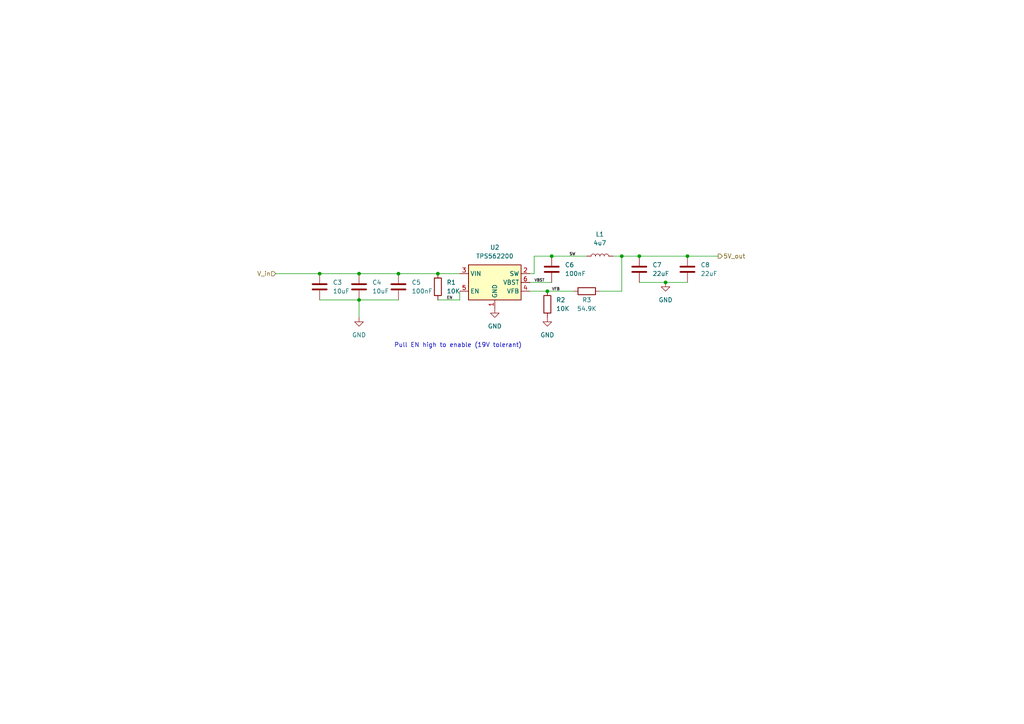
<source format=kicad_sch>
(kicad_sch (version 20211123) (generator eeschema)
  (paper "A4")
  (lib_symbols
    (symbol "Device:C" (pin_numbers hide) (pin_names (offset 0.254))
      (property "Reference" "C" (at 0.635 2.54 0))
      (property "Value" "C" (at 0.635 -2.54 0))
      (symbol "C_0_1"
        (polyline (pts (xy -2.032 -0.762) (xy 2.032 -0.762)) (stroke (width 0.508)))
        (polyline (pts (xy -2.032 0.762) (xy 2.032 0.762)) (stroke (width 0.508)))
      )
      (symbol "C_1_1"
        (pin passive line (at 0 3.81 270) (length 2.794) (name "~") (number "1"))
        (pin passive line (at 0 -3.81 90) (length 2.794) (name "~") (number "2"))
      )
    )
    (symbol "Device:L" (pin_numbers hide) (pin_names (offset 1.016) hide)
      (property "Reference" "L1" (at 0 6.35 90))
      (property "Value" "4u7" (at 0 3.81 90))
      (symbol "L_0_1"
        (arc (start 0 -2.54) (mid 0.635 -1.905) (end 0 -1.27))
        (arc (start 0 -1.27) (mid 0.635 -0.635) (end 0 0))
        (arc (start 0 0) (mid 0.635 0.635) (end 0 1.27))
        (arc (start 0 1.27) (mid 0.635 1.905) (end 0 2.54))
      )
      (symbol "L_1_1"
        (pin passive line (at 0 3.81 270) (length 1.27) (name "1") (number "1"))
        (pin passive line (at 0 -3.81 90) (length 1.27) (name "2") (number "2"))
      )
    )
    (symbol "Device:R" (pin_numbers hide) (pin_names (offset 0))
      (property "Reference" "R" (at 2.032 0 90))
      (property "Value" "R" (at 0 0 90))
      (symbol "R_0_1"
        (rectangle (start -1.016 -2.54) (end 1.016 2.54) (stroke (width 0.254)))
      )
      (symbol "R_1_1"
        (pin passive line (at 0 3.81 270) (length 1.27) (name "~") (number "1"))
        (pin passive line (at 0 -3.81 90) (length 1.27) (name "~") (number "2"))
      )
    )
    (symbol "Regulator_Switching:TPS562200"
      (property "Reference" "U" (at -7.62 6.35 0))
      (property "Value" "TPS562200" (at -2.54 6.35 0))
      (symbol "TPS562200_0_1"
        (rectangle (start -7.62 5.08) (end 7.62 -5.08) (stroke (width 0.254)) (fill (type background)))
      )
      (symbol "TPS562200_1_1"
        (pin power_in line (at 0 -7.62 90) (length 2.54) (name "GND") (number "1"))
        (pin output line (at 10.16 2.54 180) (length 2.54) (name "SW") (number "2"))
        (pin power_in line (at -10.16 2.54 0) (length 2.54) (name "VIN") (number "3"))
        (pin input line (at 10.16 -2.54 180) (length 2.54) (name "VFB") (number "4"))
        (pin input line (at -10.16 -2.54 0) (length 2.54) (name "EN") (number "5"))
        (pin passive line (at 10.16 0 180) (length 2.54) (name "VBST") (number "6"))
      )
    )
    (symbol "power:GND" (power) (pin_names (offset 0))
      (property "Value" "GND" (at 0 -3.81 0))
      (symbol "GND_0_1"
        (polyline (pts (xy 0 0) (xy 0 -1.27) (xy 1.27 -1.27) (xy 0 -2.54) (xy -1.27 -1.27) (xy 0 -1.27)))
      )
      (symbol "GND_1_1"
        (pin power_in line (at 0 0 270) (length 0) hide (name "GND") (number "1"))
      )
    )
  )
  (junction (at 158.75 84.455))
  (junction (at 104.14 79.375))
  (junction (at 104.14 86.995))
  (junction (at 193.04 81.915))
  (junction (at 199.39 74.295))
  (junction (at 180.34 74.295))
  (junction (at 160.02 74.295))
  (junction (at 185.42 74.295))
  (junction (at 115.57 79.375))
  (junction (at 127 79.375))
  (junction (at 92.71 79.375))
  (wire (pts (xy 133.35 86.995) (xy 133.35 84.455)))
  (wire (pts (xy 127 86.995) (xy 133.35 86.995)))
  (wire (pts (xy 153.67 81.915) (xy 160.02 81.915)))
  (wire (pts (xy 185.42 74.295) (xy 199.39 74.295)))
  (wire (pts (xy 158.75 84.455) (xy 166.37 84.455)))
  (wire (pts (xy 80.01 79.375) (xy 92.71 79.375)))
  (wire (pts (xy 115.57 79.375) (xy 127 79.375)))
  (wire (pts (xy 154.94 74.295) (xy 160.02 74.295)))
  (wire (pts (xy 177.8 74.295) (xy 180.34 74.295)))
  (wire (pts (xy 127 79.375) (xy 133.35 79.375)))
  (wire (pts (xy 185.42 81.915) (xy 193.04 81.915)))
  (wire (pts (xy 153.67 79.375) (xy 154.94 79.375)))
  (wire (pts (xy 104.14 86.995) (xy 104.14 92.075)))
  (wire (pts (xy 153.67 84.455) (xy 158.75 84.455)))
  (wire (pts (xy 154.94 79.375) (xy 154.94 74.295)))
  (wire (pts (xy 92.71 86.995) (xy 104.14 86.995)))
  (wire (pts (xy 160.02 74.295) (xy 170.18 74.295)))
  (wire (pts (xy 104.14 79.375) (xy 115.57 79.375)))
  (wire (pts (xy 193.04 81.915) (xy 199.39 81.915)))
  (wire (pts (xy 199.39 74.295) (xy 208.28 74.295)))
  (wire (pts (xy 104.14 86.995) (xy 115.57 86.995)))
  (wire (pts (xy 180.34 84.455) (xy 180.34 74.295)))
  (wire (pts (xy 92.71 79.375) (xy 104.14 79.375)))
  (wire (pts (xy 180.34 74.295) (xy 185.42 74.295)))
  (wire (pts (xy 173.99 84.455) (xy 180.34 84.455)))
  (text "Pull EN high to enable (19V tolerant)\n" (at 114.3 100.965 0) (effects (font (size 1.27 1.27)) (justify left bottom)))
  (label "VBST" (at 154.94 81.915 0) (effects (font (size 0.8 0.8))))
  (label "EN" (at 129.54 86.995 0) (effects (font (size 0.8 0.8))))
  (label "SW" (at 165.1 74.295 0) (effects (font (size 0.8 0.8))))
  (label "VFB" (at 160.02 84.455 0) (effects (font (size 0.8 0.8))))
  (hierarchical_label "5V_out" (shape output) (at 208.28 74.295 0))
  (hierarchical_label "V_in" (shape input) (at 80.01 79.375 180))
  (symbol (lib_id "Device:C") (at 199.39 78.105 0) (unit 1)
    (property "Reference" "C8" (at 203.2 76.8349 0) (effects (justify left)))
    (property "Value" "22uF" (at 203.2 79.3749 0) (effects (justify left)))
    (property "Footprint" "Capacitor_SMD:C_0603_1608Metric_Pad1.08x0.95mm_HandSolder" (effects hide))
  )
  (symbol (lib_id "power:GND") (at 193.04 81.915 0) (unit 1)
    (property "Reference" "#PWR07" (effects hide))
    (property "Value" "GND" (at 193.04 86.995 0))
  )
  (symbol (lib_id "Device:C") (at 185.42 78.105 0) (unit 1)
    (property "Reference" "C7" (at 189.23 76.8349 0) (effects (justify left)))
    (property "Value" "22uF" (at 189.23 79.3749 0) (effects (justify left)))
    (property "Footprint" "Capacitor_SMD:C_0603_1608Metric_Pad1.08x0.95mm_HandSolder" (effects hide))
  )
  (symbol (lib_id "Device:C") (at 92.71 83.185 0) (unit 1)
    (property "Reference" "C3" (at 96.52 81.9149 0) (effects (justify left)))
    (property "Value" "10uF" (at 96.52 84.4549 0) (effects (justify left)))
    (property "Footprint" "Capacitor_SMD:C_0603_1608Metric_Pad1.08x0.95mm_HandSolder" (effects hide))
  )
  (symbol (lib_id "Device:C") (at 104.14 83.185 0) (unit 1)
    (property "Reference" "C4" (at 107.95 81.9149 0) (effects (justify left)))
    (property "Value" "10uF" (at 107.95 84.4549 0) (effects (justify left)))
    (property "Footprint" "Capacitor_SMD:C_0603_1608Metric_Pad1.08x0.95mm_HandSolder" (effects hide))
  )
  (symbol (lib_id "Device:C") (at 115.57 83.185 0) (unit 1)
    (property "Reference" "C5" (at 119.38 81.9149 0) (effects (justify left)))
    (property "Value" "100nF" (at 119.38 84.4549 0) (effects (justify left)))
    (property "Footprint" "Capacitor_SMD:C_0603_1608Metric_Pad1.08x0.95mm_HandSolder" (effects hide))
  )
  (symbol (lib_id "power:GND") (at 143.51 89.535 0) (unit 1)
    (property "Reference" "#PWR05" (effects hide))
    (property "Value" "GND" (at 143.51 94.615 0))
  )
  (symbol (lib_id "Device:R") (at 170.18 84.455 90) (unit 1)
    (property "Reference" "R3" (at 170.18 86.995 90))
    (property "Value" "54.9K" (at 170.18 89.535 90))
    (property "Footprint" "Resistor_SMD:R_0603_1608Metric_Pad0.98x0.95mm_HandSolder" (effects hide))
  )
  (symbol (lib_id "Device:R") (at 127 83.185 0) (unit 1)
    (property "Reference" "R1" (at 129.54 81.9149 0) (effects (justify left)))
    (property "Value" "10K" (at 129.54 84.4549 0) (effects (justify left)))
    (property "Footprint" "Resistor_SMD:R_0603_1608Metric_Pad0.98x0.95mm_HandSolder" (effects hide))
  )
  (symbol (lib_id "power:GND") (at 158.75 92.075 0) (unit 1)
    (property "Reference" "#PWR06" (effects hide))
    (property "Value" "GND" (at 158.75 97.155 0))
  )
  (symbol (lib_id "Regulator_Switching:TPS562200") (at 143.51 81.915 0) (unit 1)
    (property "Reference" "U2" (at 143.51 71.755 0))
    (property "Value" "TPS562200" (at 143.51 74.295 0))
    (property "Footprint" "Package_TO_SOT_SMD:SOT-23-6" (effects hide))
    (property "Datasheet" "http://www.ti.com/lit/ds/symlink/tps563200.pdf" (effects hide))
  )
  (symbol (lib_id "Device:C") (at 160.02 78.105 0) (unit 1)
    (property "Reference" "C6" (at 163.83 76.8349 0) (effects (justify left)))
    (property "Value" "100nF" (at 163.83 79.3749 0) (effects (justify left)))
    (property "Footprint" "Capacitor_SMD:C_0603_1608Metric_Pad1.08x0.95mm_HandSolder" (effects hide))
  )
  (symbol (lib_id "Device:R") (at 158.75 88.265 0) (unit 1)
    (property "Reference" "R2" (at 161.29 86.9949 0) (effects (justify left)))
    (property "Value" "10K" (at 161.29 89.5349 0) (effects (justify left)))
    (property "Footprint" "Resistor_SMD:R_0603_1608Metric_Pad0.98x0.95mm_HandSolder" (effects hide))
  )
  (symbol (lib_id "Device:L") (at 173.99 74.295 90) (unit 1)
    (property "Reference" "L1" (at 173.99 67.945 90))
    (property "Value" "4u7" (at 173.99 70.485 90))
    (property "Footprint" "Inductor_SMD:L_Sunlord_MWSA0518_5.4x5.2mm" (effects hide))
    (property "Datasheet" "https://datasheet.lcsc.com/lcsc/1912111437_Sunlord-MWSA0503S-4R7MT_C408410.pdf" (effects hide))
    (property "Part #" "C408410" (effects hide))
  )
  (symbol (lib_id "power:GND") (at 104.14 92.075 0) (unit 1)
    (property "Reference" "#PWR04" (effects hide))
    (property "Value" "GND" (at 104.14 97.155 0))
  )
)
</source>
